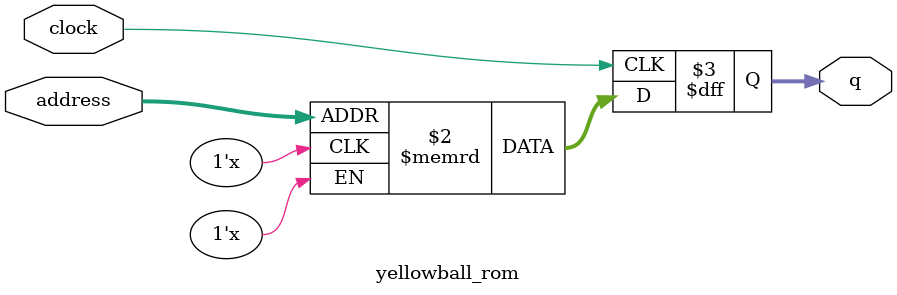
<source format=sv>
module yellowball_rom (
	input logic clock,
	input logic [8:0] address,
	output logic [7:0] q
);

logic [7:0] memory [0:399] /* synthesis ram_init_file = "./yellowball/yellowball.mif" */;

always_ff @ (posedge clock) begin
	q <= memory[address];
end

endmodule

</source>
